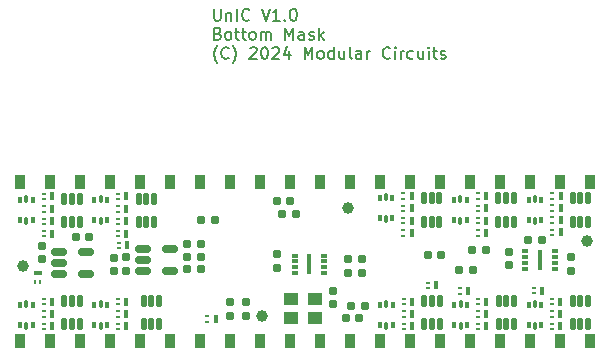
<source format=gbr>
%TF.GenerationSoftware,KiCad,Pcbnew,8.0.1-8.0.1-1~ubuntu22.04.1*%
%TF.CreationDate,2024-05-05T11:37:55-07:00*%
%TF.ProjectId,unic_gw1,756e6963-5f67-4773-912e-6b696361645f,1.0*%
%TF.SameCoordinates,Original*%
%TF.FileFunction,Soldermask,Bot*%
%TF.FilePolarity,Negative*%
%FSLAX46Y46*%
G04 Gerber Fmt 4.6, Leading zero omitted, Abs format (unit mm)*
G04 Created by KiCad (PCBNEW 8.0.1-8.0.1-1~ubuntu22.04.1) date 2024-05-05 11:37:55*
%MOMM*%
%LPD*%
G01*
G04 APERTURE LIST*
G04 Aperture macros list*
%AMRoundRect*
0 Rectangle with rounded corners*
0 $1 Rounding radius*
0 $2 $3 $4 $5 $6 $7 $8 $9 X,Y pos of 4 corners*
0 Add a 4 corners polygon primitive as box body*
4,1,4,$2,$3,$4,$5,$6,$7,$8,$9,$2,$3,0*
0 Add four circle primitives for the rounded corners*
1,1,$1+$1,$2,$3*
1,1,$1+$1,$4,$5*
1,1,$1+$1,$6,$7*
1,1,$1+$1,$8,$9*
0 Add four rect primitives between the rounded corners*
20,1,$1+$1,$2,$3,$4,$5,0*
20,1,$1+$1,$4,$5,$6,$7,0*
20,1,$1+$1,$6,$7,$8,$9,0*
20,1,$1+$1,$8,$9,$2,$3,0*%
G04 Aperture macros list end*
%ADD10C,0.150000*%
%ADD11C,0.400000*%
%ADD12RoundRect,0.225000X0.225000X-0.400000X0.225000X0.400000X-0.225000X0.400000X-0.225000X-0.400000X0*%
%ADD13RoundRect,0.160000X0.197500X0.160000X-0.197500X0.160000X-0.197500X-0.160000X0.197500X-0.160000X0*%
%ADD14RoundRect,0.050000X0.150000X0.075000X-0.150000X0.075000X-0.150000X-0.075000X0.150000X-0.075000X0*%
%ADD15RoundRect,0.050000X0.150000X0.300000X-0.150000X0.300000X-0.150000X-0.300000X0.150000X-0.300000X0*%
%ADD16C,1.000000*%
%ADD17RoundRect,0.155000X-0.155000X0.212500X-0.155000X-0.212500X0.155000X-0.212500X0.155000X0.212500X0*%
%ADD18RoundRect,0.093750X0.093750X-0.156250X0.093750X0.156250X-0.093750X0.156250X-0.093750X-0.156250X0*%
%ADD19RoundRect,0.075000X0.075000X-0.250000X0.075000X0.250000X-0.075000X0.250000X-0.075000X-0.250000X0*%
%ADD20RoundRect,0.019500X0.175500X-0.465500X0.175500X0.465500X-0.175500X0.465500X-0.175500X-0.465500X0*%
%ADD21RoundRect,0.019500X-0.175500X0.465500X-0.175500X-0.465500X0.175500X-0.465500X0.175500X0.465500X0*%
%ADD22RoundRect,0.155000X-0.212500X-0.155000X0.212500X-0.155000X0.212500X0.155000X-0.212500X0.155000X0*%
%ADD23RoundRect,0.160000X-0.160000X0.197500X-0.160000X-0.197500X0.160000X-0.197500X0.160000X0.197500X0*%
%ADD24RoundRect,0.160000X0.160000X-0.197500X0.160000X0.197500X-0.160000X0.197500X-0.160000X-0.197500X0*%
%ADD25RoundRect,0.160000X-0.197500X-0.160000X0.197500X-0.160000X0.197500X0.160000X-0.197500X0.160000X0*%
%ADD26RoundRect,0.155000X0.212500X0.155000X-0.212500X0.155000X-0.212500X-0.155000X0.212500X-0.155000X0*%
%ADD27R,1.300000X1.100000*%
%ADD28RoundRect,0.150000X0.512500X0.150000X-0.512500X0.150000X-0.512500X-0.150000X0.512500X-0.150000X0*%
%ADD29RoundRect,0.155000X0.155000X-0.212500X0.155000X0.212500X-0.155000X0.212500X-0.155000X-0.212500X0*%
%ADD30R,0.600000X0.300000*%
%ADD31R,0.300000X1.700000*%
%ADD32RoundRect,0.050000X-0.075000X0.150000X-0.075000X-0.150000X0.075000X-0.150000X0.075000X0.150000X0*%
%ADD33RoundRect,0.050000X-0.300000X0.150000X-0.300000X-0.150000X0.300000X-0.150000X0.300000X0.150000X0*%
G04 APERTURE END LIST*
D10*
X55609279Y-41319931D02*
X55609279Y-42129454D01*
X55609279Y-42129454D02*
X55656898Y-42224692D01*
X55656898Y-42224692D02*
X55704517Y-42272312D01*
X55704517Y-42272312D02*
X55799755Y-42319931D01*
X55799755Y-42319931D02*
X55990231Y-42319931D01*
X55990231Y-42319931D02*
X56085469Y-42272312D01*
X56085469Y-42272312D02*
X56133088Y-42224692D01*
X56133088Y-42224692D02*
X56180707Y-42129454D01*
X56180707Y-42129454D02*
X56180707Y-41319931D01*
X56656898Y-41653264D02*
X56656898Y-42319931D01*
X56656898Y-41748502D02*
X56704517Y-41700883D01*
X56704517Y-41700883D02*
X56799755Y-41653264D01*
X56799755Y-41653264D02*
X56942612Y-41653264D01*
X56942612Y-41653264D02*
X57037850Y-41700883D01*
X57037850Y-41700883D02*
X57085469Y-41796121D01*
X57085469Y-41796121D02*
X57085469Y-42319931D01*
X57561660Y-42319931D02*
X57561660Y-41319931D01*
X58609278Y-42224692D02*
X58561659Y-42272312D01*
X58561659Y-42272312D02*
X58418802Y-42319931D01*
X58418802Y-42319931D02*
X58323564Y-42319931D01*
X58323564Y-42319931D02*
X58180707Y-42272312D01*
X58180707Y-42272312D02*
X58085469Y-42177073D01*
X58085469Y-42177073D02*
X58037850Y-42081835D01*
X58037850Y-42081835D02*
X57990231Y-41891359D01*
X57990231Y-41891359D02*
X57990231Y-41748502D01*
X57990231Y-41748502D02*
X58037850Y-41558026D01*
X58037850Y-41558026D02*
X58085469Y-41462788D01*
X58085469Y-41462788D02*
X58180707Y-41367550D01*
X58180707Y-41367550D02*
X58323564Y-41319931D01*
X58323564Y-41319931D02*
X58418802Y-41319931D01*
X58418802Y-41319931D02*
X58561659Y-41367550D01*
X58561659Y-41367550D02*
X58609278Y-41415169D01*
X59656898Y-41319931D02*
X59990231Y-42319931D01*
X59990231Y-42319931D02*
X60323564Y-41319931D01*
X61180707Y-42319931D02*
X60609279Y-42319931D01*
X60894993Y-42319931D02*
X60894993Y-41319931D01*
X60894993Y-41319931D02*
X60799755Y-41462788D01*
X60799755Y-41462788D02*
X60704517Y-41558026D01*
X60704517Y-41558026D02*
X60609279Y-41605645D01*
X61609279Y-42224692D02*
X61656898Y-42272312D01*
X61656898Y-42272312D02*
X61609279Y-42319931D01*
X61609279Y-42319931D02*
X61561660Y-42272312D01*
X61561660Y-42272312D02*
X61609279Y-42224692D01*
X61609279Y-42224692D02*
X61609279Y-42319931D01*
X62275945Y-41319931D02*
X62371183Y-41319931D01*
X62371183Y-41319931D02*
X62466421Y-41367550D01*
X62466421Y-41367550D02*
X62514040Y-41415169D01*
X62514040Y-41415169D02*
X62561659Y-41510407D01*
X62561659Y-41510407D02*
X62609278Y-41700883D01*
X62609278Y-41700883D02*
X62609278Y-41938978D01*
X62609278Y-41938978D02*
X62561659Y-42129454D01*
X62561659Y-42129454D02*
X62514040Y-42224692D01*
X62514040Y-42224692D02*
X62466421Y-42272312D01*
X62466421Y-42272312D02*
X62371183Y-42319931D01*
X62371183Y-42319931D02*
X62275945Y-42319931D01*
X62275945Y-42319931D02*
X62180707Y-42272312D01*
X62180707Y-42272312D02*
X62133088Y-42224692D01*
X62133088Y-42224692D02*
X62085469Y-42129454D01*
X62085469Y-42129454D02*
X62037850Y-41938978D01*
X62037850Y-41938978D02*
X62037850Y-41700883D01*
X62037850Y-41700883D02*
X62085469Y-41510407D01*
X62085469Y-41510407D02*
X62133088Y-41415169D01*
X62133088Y-41415169D02*
X62180707Y-41367550D01*
X62180707Y-41367550D02*
X62275945Y-41319931D01*
X55942612Y-43406065D02*
X56085469Y-43453684D01*
X56085469Y-43453684D02*
X56133088Y-43501303D01*
X56133088Y-43501303D02*
X56180707Y-43596541D01*
X56180707Y-43596541D02*
X56180707Y-43739398D01*
X56180707Y-43739398D02*
X56133088Y-43834636D01*
X56133088Y-43834636D02*
X56085469Y-43882256D01*
X56085469Y-43882256D02*
X55990231Y-43929875D01*
X55990231Y-43929875D02*
X55609279Y-43929875D01*
X55609279Y-43929875D02*
X55609279Y-42929875D01*
X55609279Y-42929875D02*
X55942612Y-42929875D01*
X55942612Y-42929875D02*
X56037850Y-42977494D01*
X56037850Y-42977494D02*
X56085469Y-43025113D01*
X56085469Y-43025113D02*
X56133088Y-43120351D01*
X56133088Y-43120351D02*
X56133088Y-43215589D01*
X56133088Y-43215589D02*
X56085469Y-43310827D01*
X56085469Y-43310827D02*
X56037850Y-43358446D01*
X56037850Y-43358446D02*
X55942612Y-43406065D01*
X55942612Y-43406065D02*
X55609279Y-43406065D01*
X56752136Y-43929875D02*
X56656898Y-43882256D01*
X56656898Y-43882256D02*
X56609279Y-43834636D01*
X56609279Y-43834636D02*
X56561660Y-43739398D01*
X56561660Y-43739398D02*
X56561660Y-43453684D01*
X56561660Y-43453684D02*
X56609279Y-43358446D01*
X56609279Y-43358446D02*
X56656898Y-43310827D01*
X56656898Y-43310827D02*
X56752136Y-43263208D01*
X56752136Y-43263208D02*
X56894993Y-43263208D01*
X56894993Y-43263208D02*
X56990231Y-43310827D01*
X56990231Y-43310827D02*
X57037850Y-43358446D01*
X57037850Y-43358446D02*
X57085469Y-43453684D01*
X57085469Y-43453684D02*
X57085469Y-43739398D01*
X57085469Y-43739398D02*
X57037850Y-43834636D01*
X57037850Y-43834636D02*
X56990231Y-43882256D01*
X56990231Y-43882256D02*
X56894993Y-43929875D01*
X56894993Y-43929875D02*
X56752136Y-43929875D01*
X57371184Y-43263208D02*
X57752136Y-43263208D01*
X57514041Y-42929875D02*
X57514041Y-43787017D01*
X57514041Y-43787017D02*
X57561660Y-43882256D01*
X57561660Y-43882256D02*
X57656898Y-43929875D01*
X57656898Y-43929875D02*
X57752136Y-43929875D01*
X57942613Y-43263208D02*
X58323565Y-43263208D01*
X58085470Y-42929875D02*
X58085470Y-43787017D01*
X58085470Y-43787017D02*
X58133089Y-43882256D01*
X58133089Y-43882256D02*
X58228327Y-43929875D01*
X58228327Y-43929875D02*
X58323565Y-43929875D01*
X58799756Y-43929875D02*
X58704518Y-43882256D01*
X58704518Y-43882256D02*
X58656899Y-43834636D01*
X58656899Y-43834636D02*
X58609280Y-43739398D01*
X58609280Y-43739398D02*
X58609280Y-43453684D01*
X58609280Y-43453684D02*
X58656899Y-43358446D01*
X58656899Y-43358446D02*
X58704518Y-43310827D01*
X58704518Y-43310827D02*
X58799756Y-43263208D01*
X58799756Y-43263208D02*
X58942613Y-43263208D01*
X58942613Y-43263208D02*
X59037851Y-43310827D01*
X59037851Y-43310827D02*
X59085470Y-43358446D01*
X59085470Y-43358446D02*
X59133089Y-43453684D01*
X59133089Y-43453684D02*
X59133089Y-43739398D01*
X59133089Y-43739398D02*
X59085470Y-43834636D01*
X59085470Y-43834636D02*
X59037851Y-43882256D01*
X59037851Y-43882256D02*
X58942613Y-43929875D01*
X58942613Y-43929875D02*
X58799756Y-43929875D01*
X59561661Y-43929875D02*
X59561661Y-43263208D01*
X59561661Y-43358446D02*
X59609280Y-43310827D01*
X59609280Y-43310827D02*
X59704518Y-43263208D01*
X59704518Y-43263208D02*
X59847375Y-43263208D01*
X59847375Y-43263208D02*
X59942613Y-43310827D01*
X59942613Y-43310827D02*
X59990232Y-43406065D01*
X59990232Y-43406065D02*
X59990232Y-43929875D01*
X59990232Y-43406065D02*
X60037851Y-43310827D01*
X60037851Y-43310827D02*
X60133089Y-43263208D01*
X60133089Y-43263208D02*
X60275946Y-43263208D01*
X60275946Y-43263208D02*
X60371185Y-43310827D01*
X60371185Y-43310827D02*
X60418804Y-43406065D01*
X60418804Y-43406065D02*
X60418804Y-43929875D01*
X61656899Y-43929875D02*
X61656899Y-42929875D01*
X61656899Y-42929875D02*
X61990232Y-43644160D01*
X61990232Y-43644160D02*
X62323565Y-42929875D01*
X62323565Y-42929875D02*
X62323565Y-43929875D01*
X63228327Y-43929875D02*
X63228327Y-43406065D01*
X63228327Y-43406065D02*
X63180708Y-43310827D01*
X63180708Y-43310827D02*
X63085470Y-43263208D01*
X63085470Y-43263208D02*
X62894994Y-43263208D01*
X62894994Y-43263208D02*
X62799756Y-43310827D01*
X63228327Y-43882256D02*
X63133089Y-43929875D01*
X63133089Y-43929875D02*
X62894994Y-43929875D01*
X62894994Y-43929875D02*
X62799756Y-43882256D01*
X62799756Y-43882256D02*
X62752137Y-43787017D01*
X62752137Y-43787017D02*
X62752137Y-43691779D01*
X62752137Y-43691779D02*
X62799756Y-43596541D01*
X62799756Y-43596541D02*
X62894994Y-43548922D01*
X62894994Y-43548922D02*
X63133089Y-43548922D01*
X63133089Y-43548922D02*
X63228327Y-43501303D01*
X63656899Y-43882256D02*
X63752137Y-43929875D01*
X63752137Y-43929875D02*
X63942613Y-43929875D01*
X63942613Y-43929875D02*
X64037851Y-43882256D01*
X64037851Y-43882256D02*
X64085470Y-43787017D01*
X64085470Y-43787017D02*
X64085470Y-43739398D01*
X64085470Y-43739398D02*
X64037851Y-43644160D01*
X64037851Y-43644160D02*
X63942613Y-43596541D01*
X63942613Y-43596541D02*
X63799756Y-43596541D01*
X63799756Y-43596541D02*
X63704518Y-43548922D01*
X63704518Y-43548922D02*
X63656899Y-43453684D01*
X63656899Y-43453684D02*
X63656899Y-43406065D01*
X63656899Y-43406065D02*
X63704518Y-43310827D01*
X63704518Y-43310827D02*
X63799756Y-43263208D01*
X63799756Y-43263208D02*
X63942613Y-43263208D01*
X63942613Y-43263208D02*
X64037851Y-43310827D01*
X64514042Y-43929875D02*
X64514042Y-42929875D01*
X64609280Y-43548922D02*
X64894994Y-43929875D01*
X64894994Y-43263208D02*
X64514042Y-43644160D01*
X55894993Y-45920771D02*
X55847374Y-45873152D01*
X55847374Y-45873152D02*
X55752136Y-45730295D01*
X55752136Y-45730295D02*
X55704517Y-45635057D01*
X55704517Y-45635057D02*
X55656898Y-45492200D01*
X55656898Y-45492200D02*
X55609279Y-45254104D01*
X55609279Y-45254104D02*
X55609279Y-45063628D01*
X55609279Y-45063628D02*
X55656898Y-44825533D01*
X55656898Y-44825533D02*
X55704517Y-44682676D01*
X55704517Y-44682676D02*
X55752136Y-44587438D01*
X55752136Y-44587438D02*
X55847374Y-44444580D01*
X55847374Y-44444580D02*
X55894993Y-44396961D01*
X56847374Y-45444580D02*
X56799755Y-45492200D01*
X56799755Y-45492200D02*
X56656898Y-45539819D01*
X56656898Y-45539819D02*
X56561660Y-45539819D01*
X56561660Y-45539819D02*
X56418803Y-45492200D01*
X56418803Y-45492200D02*
X56323565Y-45396961D01*
X56323565Y-45396961D02*
X56275946Y-45301723D01*
X56275946Y-45301723D02*
X56228327Y-45111247D01*
X56228327Y-45111247D02*
X56228327Y-44968390D01*
X56228327Y-44968390D02*
X56275946Y-44777914D01*
X56275946Y-44777914D02*
X56323565Y-44682676D01*
X56323565Y-44682676D02*
X56418803Y-44587438D01*
X56418803Y-44587438D02*
X56561660Y-44539819D01*
X56561660Y-44539819D02*
X56656898Y-44539819D01*
X56656898Y-44539819D02*
X56799755Y-44587438D01*
X56799755Y-44587438D02*
X56847374Y-44635057D01*
X57180708Y-45920771D02*
X57228327Y-45873152D01*
X57228327Y-45873152D02*
X57323565Y-45730295D01*
X57323565Y-45730295D02*
X57371184Y-45635057D01*
X57371184Y-45635057D02*
X57418803Y-45492200D01*
X57418803Y-45492200D02*
X57466422Y-45254104D01*
X57466422Y-45254104D02*
X57466422Y-45063628D01*
X57466422Y-45063628D02*
X57418803Y-44825533D01*
X57418803Y-44825533D02*
X57371184Y-44682676D01*
X57371184Y-44682676D02*
X57323565Y-44587438D01*
X57323565Y-44587438D02*
X57228327Y-44444580D01*
X57228327Y-44444580D02*
X57180708Y-44396961D01*
X58656899Y-44635057D02*
X58704518Y-44587438D01*
X58704518Y-44587438D02*
X58799756Y-44539819D01*
X58799756Y-44539819D02*
X59037851Y-44539819D01*
X59037851Y-44539819D02*
X59133089Y-44587438D01*
X59133089Y-44587438D02*
X59180708Y-44635057D01*
X59180708Y-44635057D02*
X59228327Y-44730295D01*
X59228327Y-44730295D02*
X59228327Y-44825533D01*
X59228327Y-44825533D02*
X59180708Y-44968390D01*
X59180708Y-44968390D02*
X58609280Y-45539819D01*
X58609280Y-45539819D02*
X59228327Y-45539819D01*
X59847375Y-44539819D02*
X59942613Y-44539819D01*
X59942613Y-44539819D02*
X60037851Y-44587438D01*
X60037851Y-44587438D02*
X60085470Y-44635057D01*
X60085470Y-44635057D02*
X60133089Y-44730295D01*
X60133089Y-44730295D02*
X60180708Y-44920771D01*
X60180708Y-44920771D02*
X60180708Y-45158866D01*
X60180708Y-45158866D02*
X60133089Y-45349342D01*
X60133089Y-45349342D02*
X60085470Y-45444580D01*
X60085470Y-45444580D02*
X60037851Y-45492200D01*
X60037851Y-45492200D02*
X59942613Y-45539819D01*
X59942613Y-45539819D02*
X59847375Y-45539819D01*
X59847375Y-45539819D02*
X59752137Y-45492200D01*
X59752137Y-45492200D02*
X59704518Y-45444580D01*
X59704518Y-45444580D02*
X59656899Y-45349342D01*
X59656899Y-45349342D02*
X59609280Y-45158866D01*
X59609280Y-45158866D02*
X59609280Y-44920771D01*
X59609280Y-44920771D02*
X59656899Y-44730295D01*
X59656899Y-44730295D02*
X59704518Y-44635057D01*
X59704518Y-44635057D02*
X59752137Y-44587438D01*
X59752137Y-44587438D02*
X59847375Y-44539819D01*
X60561661Y-44635057D02*
X60609280Y-44587438D01*
X60609280Y-44587438D02*
X60704518Y-44539819D01*
X60704518Y-44539819D02*
X60942613Y-44539819D01*
X60942613Y-44539819D02*
X61037851Y-44587438D01*
X61037851Y-44587438D02*
X61085470Y-44635057D01*
X61085470Y-44635057D02*
X61133089Y-44730295D01*
X61133089Y-44730295D02*
X61133089Y-44825533D01*
X61133089Y-44825533D02*
X61085470Y-44968390D01*
X61085470Y-44968390D02*
X60514042Y-45539819D01*
X60514042Y-45539819D02*
X61133089Y-45539819D01*
X61990232Y-44873152D02*
X61990232Y-45539819D01*
X61752137Y-44492200D02*
X61514042Y-45206485D01*
X61514042Y-45206485D02*
X62133089Y-45206485D01*
X63275947Y-45539819D02*
X63275947Y-44539819D01*
X63275947Y-44539819D02*
X63609280Y-45254104D01*
X63609280Y-45254104D02*
X63942613Y-44539819D01*
X63942613Y-44539819D02*
X63942613Y-45539819D01*
X64561661Y-45539819D02*
X64466423Y-45492200D01*
X64466423Y-45492200D02*
X64418804Y-45444580D01*
X64418804Y-45444580D02*
X64371185Y-45349342D01*
X64371185Y-45349342D02*
X64371185Y-45063628D01*
X64371185Y-45063628D02*
X64418804Y-44968390D01*
X64418804Y-44968390D02*
X64466423Y-44920771D01*
X64466423Y-44920771D02*
X64561661Y-44873152D01*
X64561661Y-44873152D02*
X64704518Y-44873152D01*
X64704518Y-44873152D02*
X64799756Y-44920771D01*
X64799756Y-44920771D02*
X64847375Y-44968390D01*
X64847375Y-44968390D02*
X64894994Y-45063628D01*
X64894994Y-45063628D02*
X64894994Y-45349342D01*
X64894994Y-45349342D02*
X64847375Y-45444580D01*
X64847375Y-45444580D02*
X64799756Y-45492200D01*
X64799756Y-45492200D02*
X64704518Y-45539819D01*
X64704518Y-45539819D02*
X64561661Y-45539819D01*
X65752137Y-45539819D02*
X65752137Y-44539819D01*
X65752137Y-45492200D02*
X65656899Y-45539819D01*
X65656899Y-45539819D02*
X65466423Y-45539819D01*
X65466423Y-45539819D02*
X65371185Y-45492200D01*
X65371185Y-45492200D02*
X65323566Y-45444580D01*
X65323566Y-45444580D02*
X65275947Y-45349342D01*
X65275947Y-45349342D02*
X65275947Y-45063628D01*
X65275947Y-45063628D02*
X65323566Y-44968390D01*
X65323566Y-44968390D02*
X65371185Y-44920771D01*
X65371185Y-44920771D02*
X65466423Y-44873152D01*
X65466423Y-44873152D02*
X65656899Y-44873152D01*
X65656899Y-44873152D02*
X65752137Y-44920771D01*
X66656899Y-44873152D02*
X66656899Y-45539819D01*
X66228328Y-44873152D02*
X66228328Y-45396961D01*
X66228328Y-45396961D02*
X66275947Y-45492200D01*
X66275947Y-45492200D02*
X66371185Y-45539819D01*
X66371185Y-45539819D02*
X66514042Y-45539819D01*
X66514042Y-45539819D02*
X66609280Y-45492200D01*
X66609280Y-45492200D02*
X66656899Y-45444580D01*
X67275947Y-45539819D02*
X67180709Y-45492200D01*
X67180709Y-45492200D02*
X67133090Y-45396961D01*
X67133090Y-45396961D02*
X67133090Y-44539819D01*
X68085471Y-45539819D02*
X68085471Y-45016009D01*
X68085471Y-45016009D02*
X68037852Y-44920771D01*
X68037852Y-44920771D02*
X67942614Y-44873152D01*
X67942614Y-44873152D02*
X67752138Y-44873152D01*
X67752138Y-44873152D02*
X67656900Y-44920771D01*
X68085471Y-45492200D02*
X67990233Y-45539819D01*
X67990233Y-45539819D02*
X67752138Y-45539819D01*
X67752138Y-45539819D02*
X67656900Y-45492200D01*
X67656900Y-45492200D02*
X67609281Y-45396961D01*
X67609281Y-45396961D02*
X67609281Y-45301723D01*
X67609281Y-45301723D02*
X67656900Y-45206485D01*
X67656900Y-45206485D02*
X67752138Y-45158866D01*
X67752138Y-45158866D02*
X67990233Y-45158866D01*
X67990233Y-45158866D02*
X68085471Y-45111247D01*
X68561662Y-45539819D02*
X68561662Y-44873152D01*
X68561662Y-45063628D02*
X68609281Y-44968390D01*
X68609281Y-44968390D02*
X68656900Y-44920771D01*
X68656900Y-44920771D02*
X68752138Y-44873152D01*
X68752138Y-44873152D02*
X68847376Y-44873152D01*
X70514043Y-45444580D02*
X70466424Y-45492200D01*
X70466424Y-45492200D02*
X70323567Y-45539819D01*
X70323567Y-45539819D02*
X70228329Y-45539819D01*
X70228329Y-45539819D02*
X70085472Y-45492200D01*
X70085472Y-45492200D02*
X69990234Y-45396961D01*
X69990234Y-45396961D02*
X69942615Y-45301723D01*
X69942615Y-45301723D02*
X69894996Y-45111247D01*
X69894996Y-45111247D02*
X69894996Y-44968390D01*
X69894996Y-44968390D02*
X69942615Y-44777914D01*
X69942615Y-44777914D02*
X69990234Y-44682676D01*
X69990234Y-44682676D02*
X70085472Y-44587438D01*
X70085472Y-44587438D02*
X70228329Y-44539819D01*
X70228329Y-44539819D02*
X70323567Y-44539819D01*
X70323567Y-44539819D02*
X70466424Y-44587438D01*
X70466424Y-44587438D02*
X70514043Y-44635057D01*
X70942615Y-45539819D02*
X70942615Y-44873152D01*
X70942615Y-44539819D02*
X70894996Y-44587438D01*
X70894996Y-44587438D02*
X70942615Y-44635057D01*
X70942615Y-44635057D02*
X70990234Y-44587438D01*
X70990234Y-44587438D02*
X70942615Y-44539819D01*
X70942615Y-44539819D02*
X70942615Y-44635057D01*
X71418805Y-45539819D02*
X71418805Y-44873152D01*
X71418805Y-45063628D02*
X71466424Y-44968390D01*
X71466424Y-44968390D02*
X71514043Y-44920771D01*
X71514043Y-44920771D02*
X71609281Y-44873152D01*
X71609281Y-44873152D02*
X71704519Y-44873152D01*
X72466424Y-45492200D02*
X72371186Y-45539819D01*
X72371186Y-45539819D02*
X72180710Y-45539819D01*
X72180710Y-45539819D02*
X72085472Y-45492200D01*
X72085472Y-45492200D02*
X72037853Y-45444580D01*
X72037853Y-45444580D02*
X71990234Y-45349342D01*
X71990234Y-45349342D02*
X71990234Y-45063628D01*
X71990234Y-45063628D02*
X72037853Y-44968390D01*
X72037853Y-44968390D02*
X72085472Y-44920771D01*
X72085472Y-44920771D02*
X72180710Y-44873152D01*
X72180710Y-44873152D02*
X72371186Y-44873152D01*
X72371186Y-44873152D02*
X72466424Y-44920771D01*
X73323567Y-44873152D02*
X73323567Y-45539819D01*
X72894996Y-44873152D02*
X72894996Y-45396961D01*
X72894996Y-45396961D02*
X72942615Y-45492200D01*
X72942615Y-45492200D02*
X73037853Y-45539819D01*
X73037853Y-45539819D02*
X73180710Y-45539819D01*
X73180710Y-45539819D02*
X73275948Y-45492200D01*
X73275948Y-45492200D02*
X73323567Y-45444580D01*
X73799758Y-45539819D02*
X73799758Y-44873152D01*
X73799758Y-44539819D02*
X73752139Y-44587438D01*
X73752139Y-44587438D02*
X73799758Y-44635057D01*
X73799758Y-44635057D02*
X73847377Y-44587438D01*
X73847377Y-44587438D02*
X73799758Y-44539819D01*
X73799758Y-44539819D02*
X73799758Y-44635057D01*
X74133091Y-44873152D02*
X74514043Y-44873152D01*
X74275948Y-44539819D02*
X74275948Y-45396961D01*
X74275948Y-45396961D02*
X74323567Y-45492200D01*
X74323567Y-45492200D02*
X74418805Y-45539819D01*
X74418805Y-45539819D02*
X74514043Y-45539819D01*
X74799758Y-45492200D02*
X74894996Y-45539819D01*
X74894996Y-45539819D02*
X75085472Y-45539819D01*
X75085472Y-45539819D02*
X75180710Y-45492200D01*
X75180710Y-45492200D02*
X75228329Y-45396961D01*
X75228329Y-45396961D02*
X75228329Y-45349342D01*
X75228329Y-45349342D02*
X75180710Y-45254104D01*
X75180710Y-45254104D02*
X75085472Y-45206485D01*
X75085472Y-45206485D02*
X74942615Y-45206485D01*
X74942615Y-45206485D02*
X74847377Y-45158866D01*
X74847377Y-45158866D02*
X74799758Y-45063628D01*
X74799758Y-45063628D02*
X74799758Y-45016009D01*
X74799758Y-45016009D02*
X74847377Y-44920771D01*
X74847377Y-44920771D02*
X74942615Y-44873152D01*
X74942615Y-44873152D02*
X75085472Y-44873152D01*
X75085472Y-44873152D02*
X75180710Y-44920771D01*
D11*
%TO.C,SOCKET1*%
X39172500Y-69570000D03*
D12*
X39172500Y-69445000D03*
D11*
X41712500Y-69570000D03*
D12*
X41712500Y-69445000D03*
D11*
X44252500Y-69570000D03*
D12*
X44252500Y-69445000D03*
D11*
X46792500Y-69570000D03*
D12*
X46792500Y-69445000D03*
D11*
X49332500Y-69570000D03*
D12*
X49332500Y-69445000D03*
D11*
X51872500Y-69570000D03*
D12*
X51872500Y-69445000D03*
D11*
X54412500Y-69570000D03*
D12*
X54412500Y-69445000D03*
D11*
X56952500Y-69570000D03*
D12*
X56952500Y-69445000D03*
D11*
X59492500Y-69570000D03*
D12*
X59492500Y-69445000D03*
D11*
X62032500Y-69570000D03*
D12*
X62032500Y-69445000D03*
D11*
X64572500Y-69570000D03*
D12*
X64572500Y-69445000D03*
D11*
X67112500Y-69570000D03*
D12*
X67112500Y-69445000D03*
D11*
X69652500Y-69570000D03*
D12*
X69652500Y-69445000D03*
D11*
X72192500Y-69570000D03*
D12*
X72192500Y-69445000D03*
D11*
X74732500Y-69570000D03*
D12*
X74732500Y-69445000D03*
D11*
X77272500Y-69570000D03*
D12*
X77272500Y-69445000D03*
D11*
X79812500Y-69570000D03*
D12*
X79812500Y-69445000D03*
D11*
X82352500Y-69570000D03*
D12*
X82352500Y-69445000D03*
D11*
X84892500Y-69570000D03*
D12*
X84892500Y-69445000D03*
D11*
X87432500Y-69570000D03*
D12*
X87432500Y-69445000D03*
X87432500Y-55955000D03*
D11*
X87432500Y-55830000D03*
D12*
X84892500Y-55955000D03*
D11*
X84892500Y-55830000D03*
D12*
X82352500Y-55955000D03*
D11*
X82352500Y-55830000D03*
D12*
X79812500Y-55955000D03*
D11*
X79812500Y-55830000D03*
D12*
X77272500Y-55955000D03*
D11*
X77272500Y-55830000D03*
D12*
X74732500Y-55955000D03*
D11*
X74732500Y-55830000D03*
D12*
X72192500Y-55955000D03*
D11*
X72192500Y-55830000D03*
D12*
X69652500Y-55955000D03*
D11*
X69652500Y-55830000D03*
D12*
X67112500Y-55955000D03*
D11*
X67112500Y-55830000D03*
D12*
X64572500Y-55955000D03*
D11*
X64572500Y-55830000D03*
D12*
X62032500Y-55955000D03*
D11*
X62032500Y-55830000D03*
D12*
X59492500Y-55955000D03*
D11*
X59492500Y-55830000D03*
D12*
X56952500Y-55955000D03*
D11*
X56952500Y-55830000D03*
D12*
X54412500Y-55955000D03*
D11*
X54412500Y-55830000D03*
D12*
X51872500Y-55955000D03*
D11*
X51872500Y-55830000D03*
D12*
X49332500Y-55955000D03*
D11*
X49332500Y-55830000D03*
D12*
X46792500Y-55955000D03*
D11*
X46792500Y-55830000D03*
D12*
X44252500Y-55955000D03*
D11*
X44252500Y-55830000D03*
D12*
X41712500Y-55955000D03*
D11*
X41712500Y-55830000D03*
D12*
X39172500Y-55955000D03*
D11*
X39172500Y-55830000D03*
%TD*%
D13*
%TO.C,R6*%
X54480000Y-59150000D03*
X55675000Y-59150000D03*
%TD*%
D14*
%TO.C,Q13*%
X71657500Y-67375000D03*
X71657500Y-66925000D03*
D15*
X72357500Y-67150000D03*
%TD*%
D16*
%TO.C,FID1*%
X66977500Y-58150000D03*
%TD*%
D17*
%TO.C,C1*%
X47177500Y-63517500D03*
X47177500Y-62382500D03*
%TD*%
D18*
%TO.C,D28*%
X69640000Y-57300000D03*
D19*
X70177500Y-57225000D03*
D18*
X70715000Y-57300000D03*
X70715000Y-59000000D03*
D19*
X70177500Y-59075000D03*
D18*
X69640000Y-59000000D03*
%TD*%
D14*
%TO.C,Q32*%
X71650000Y-60525000D03*
X71650000Y-60075000D03*
D15*
X72350000Y-60300000D03*
%TD*%
D20*
%TO.C,D3*%
X73407500Y-66020000D03*
X74057500Y-66020000D03*
X74707500Y-66020000D03*
D21*
X74707500Y-67980000D03*
X74057500Y-67980000D03*
X73407500Y-67980000D03*
%TD*%
D14*
%TO.C,Q23*%
X77927500Y-57375000D03*
X77927500Y-56925000D03*
D15*
X78627500Y-57150000D03*
%TD*%
D14*
%TO.C,Q38*%
X41177500Y-58475000D03*
X41177500Y-58025000D03*
D15*
X41877500Y-58250000D03*
%TD*%
D22*
%TO.C,C19*%
X62055000Y-57610000D03*
X60920000Y-57610000D03*
%TD*%
D23*
%TO.C,R17*%
X48177500Y-63551500D03*
X48177500Y-62356500D03*
%TD*%
D14*
%TO.C,Q8*%
X47477500Y-68415000D03*
X47477500Y-67965000D03*
D15*
X48177500Y-68190000D03*
%TD*%
D14*
%TO.C,Q26*%
X84250000Y-60450000D03*
X84250000Y-60000000D03*
D15*
X84950000Y-60225000D03*
%TD*%
D24*
%TO.C,R13*%
X68157500Y-62512500D03*
X68157500Y-63707500D03*
%TD*%
D14*
%TO.C,Q7*%
X47477500Y-67375000D03*
X47477500Y-66925000D03*
D15*
X48177500Y-67150000D03*
%TD*%
D22*
%TO.C,C2*%
X45045000Y-60650000D03*
X43910000Y-60650000D03*
%TD*%
D20*
%TO.C,D5*%
X85977500Y-66020000D03*
X86627500Y-66020000D03*
X87277500Y-66020000D03*
D21*
X87277500Y-67980000D03*
X86627500Y-67980000D03*
X85977500Y-67980000D03*
%TD*%
D25*
%TO.C,R15*%
X54546000Y-61230000D03*
X53351000Y-61230000D03*
%TD*%
D14*
%TO.C,Q12*%
X84250000Y-58400000D03*
X84250000Y-57950000D03*
D15*
X84950000Y-58175000D03*
%TD*%
D13*
%TO.C,R8*%
X82180000Y-60850000D03*
X83375000Y-60850000D03*
%TD*%
D26*
%TO.C,C9*%
X66770000Y-67480000D03*
X67905000Y-67480000D03*
%TD*%
D16*
%TO.C,FID7*%
X59677500Y-67350000D03*
%TD*%
D27*
%TO.C,X1*%
X64197500Y-67505000D03*
X62097500Y-67505000D03*
X62097500Y-65855000D03*
X64197500Y-65855000D03*
%TD*%
D14*
%TO.C,Q20*%
X84227500Y-66325000D03*
X84227500Y-65875000D03*
D15*
X84927500Y-66100000D03*
%TD*%
D28*
%TO.C,U3*%
X49621000Y-63540000D03*
X49621000Y-62590000D03*
X49621000Y-61640000D03*
X51896000Y-61640000D03*
X51896000Y-63540000D03*
%TD*%
D18*
%TO.C,D27*%
X75940000Y-57500000D03*
D19*
X76477500Y-57425000D03*
D18*
X77015000Y-57500000D03*
X77015000Y-59200000D03*
D19*
X76477500Y-59275000D03*
D18*
X75940000Y-59200000D03*
%TD*%
D14*
%TO.C,Q22*%
X84227500Y-68425000D03*
X84227500Y-67975000D03*
D15*
X84927500Y-68200000D03*
%TD*%
D29*
%TO.C,C14*%
X80577500Y-61882500D03*
X80577500Y-63017500D03*
%TD*%
%TO.C,C21*%
X66997500Y-62520000D03*
X66997500Y-63655000D03*
%TD*%
D14*
%TO.C,Q27*%
X77927500Y-59475000D03*
X77927500Y-59025000D03*
D15*
X78627500Y-59250000D03*
%TD*%
D18*
%TO.C,D22*%
X45490000Y-66350000D03*
D19*
X46027500Y-66275000D03*
D18*
X46565000Y-66350000D03*
X46565000Y-68050000D03*
D19*
X46027500Y-68125000D03*
D18*
X45490000Y-68050000D03*
%TD*%
D20*
%TO.C,D8*%
X49227500Y-57420000D03*
X49877500Y-57420000D03*
X50527500Y-57420000D03*
D21*
X50527500Y-59380000D03*
X49877500Y-59380000D03*
X49227500Y-59380000D03*
%TD*%
D18*
%TO.C,D29*%
X45480000Y-57500000D03*
D19*
X46017500Y-57425000D03*
D18*
X46555000Y-57500000D03*
X46555000Y-59200000D03*
D19*
X46017500Y-59275000D03*
D18*
X45480000Y-59200000D03*
%TD*%
D20*
%TO.C,D11*%
X85977500Y-57370000D03*
X86627500Y-57370000D03*
X87277500Y-57370000D03*
D21*
X87277500Y-59330000D03*
X86627500Y-59330000D03*
X85977500Y-59330000D03*
%TD*%
D20*
%TO.C,D1*%
X42927500Y-66020000D03*
X43577500Y-66020000D03*
X44227500Y-66020000D03*
D21*
X44227500Y-67980000D03*
X43577500Y-67980000D03*
X42927500Y-67980000D03*
%TD*%
D14*
%TO.C,Q9*%
X73727500Y-64955000D03*
X73727500Y-64505000D03*
D15*
X74427500Y-64730000D03*
%TD*%
D14*
%TO.C,Q15*%
X76417500Y-65425000D03*
X76417500Y-64975000D03*
D15*
X77117500Y-65200000D03*
%TD*%
D17*
%TO.C,C10*%
X41077500Y-62517500D03*
X41077500Y-61382500D03*
%TD*%
D14*
%TO.C,Q29*%
X71650000Y-57375000D03*
X71650000Y-56925000D03*
D15*
X72350000Y-57150000D03*
%TD*%
D14*
%TO.C,Q11*%
X84250000Y-57375000D03*
X84250000Y-56925000D03*
D15*
X84950000Y-57150000D03*
%TD*%
D25*
%TO.C,R14*%
X54536000Y-62310000D03*
X53341000Y-62310000D03*
%TD*%
D30*
%TO.C,U7*%
X84477500Y-61850000D03*
X84477500Y-62350000D03*
X84477500Y-62850000D03*
X84477500Y-63350000D03*
X81977500Y-63350000D03*
X81977500Y-62850000D03*
X81977500Y-62350000D03*
X81977500Y-61850000D03*
D31*
X83227500Y-62600000D03*
%TD*%
D18*
%TO.C,D21*%
X39190000Y-66350000D03*
D19*
X39727500Y-66275000D03*
D18*
X40265000Y-66350000D03*
X40265000Y-68050000D03*
D19*
X39727500Y-68125000D03*
D18*
X39190000Y-68050000D03*
%TD*%
D25*
%TO.C,R11*%
X77575000Y-63450000D03*
X76380000Y-63450000D03*
%TD*%
D20*
%TO.C,D9*%
X42927500Y-57400000D03*
X43577500Y-57400000D03*
X44227500Y-57400000D03*
D21*
X44227500Y-59360000D03*
X43577500Y-59360000D03*
X42927500Y-59360000D03*
%TD*%
D18*
%TO.C,D30*%
X39190000Y-57500000D03*
D19*
X39727500Y-57425000D03*
D18*
X40265000Y-57500000D03*
X40265000Y-59200000D03*
D19*
X39727500Y-59275000D03*
D18*
X39190000Y-59200000D03*
%TD*%
D26*
%TO.C,C3*%
X53361000Y-63310000D03*
X54496000Y-63310000D03*
%TD*%
D14*
%TO.C,Q18*%
X77957500Y-68425000D03*
X77957500Y-67975000D03*
D15*
X78657500Y-68200000D03*
%TD*%
D18*
%TO.C,D25*%
X82250000Y-66350000D03*
D19*
X82787500Y-66275000D03*
D18*
X83325000Y-66350000D03*
X83325000Y-68050000D03*
D19*
X82787500Y-68125000D03*
D18*
X82250000Y-68050000D03*
%TD*%
D13*
%TO.C,R7*%
X61380000Y-58650000D03*
X62575000Y-58650000D03*
%TD*%
D14*
%TO.C,Q31*%
X71650000Y-59475000D03*
X71650000Y-59025000D03*
D15*
X72350000Y-59250000D03*
%TD*%
D17*
%TO.C,C17*%
X56967500Y-67307500D03*
X56967500Y-66172500D03*
%TD*%
D16*
%TO.C,FID3*%
X87177500Y-60950000D03*
%TD*%
D18*
%TO.C,D23*%
X69670000Y-66350000D03*
D19*
X70207500Y-66275000D03*
D18*
X70745000Y-66350000D03*
X70745000Y-68050000D03*
D19*
X70207500Y-68125000D03*
D18*
X69670000Y-68050000D03*
%TD*%
D20*
%TO.C,D6*%
X79677500Y-57370000D03*
X80327500Y-57370000D03*
X80977500Y-57370000D03*
D21*
X80977500Y-59330000D03*
X80327500Y-59330000D03*
X79677500Y-59330000D03*
%TD*%
D14*
%TO.C,Q17*%
X77957500Y-67375000D03*
X77957500Y-66925000D03*
D15*
X78657500Y-67150000D03*
%TD*%
D28*
%TO.C,U5*%
X42480000Y-63800000D03*
X42480000Y-62850000D03*
X42480000Y-61900000D03*
X44755000Y-61900000D03*
X44755000Y-63800000D03*
%TD*%
D14*
%TO.C,Q36*%
X47500000Y-60575000D03*
X47500000Y-60125000D03*
D15*
X48200000Y-60350000D03*
%TD*%
D14*
%TO.C,Q37*%
X41177500Y-57425000D03*
X41177500Y-56975000D03*
D15*
X41877500Y-57200000D03*
%TD*%
D14*
%TO.C,Q19*%
X82687500Y-65395000D03*
X82687500Y-64945000D03*
D15*
X83387500Y-65170000D03*
%TD*%
D14*
%TO.C,Q16*%
X77957500Y-66325000D03*
X77957500Y-65875000D03*
D15*
X78657500Y-66100000D03*
%TD*%
D14*
%TO.C,Q5*%
X55040000Y-67805000D03*
X55040000Y-67355000D03*
D15*
X55740000Y-67580000D03*
%TD*%
D30*
%TO.C,U4*%
X62427500Y-63700000D03*
X62427500Y-63200000D03*
X62427500Y-62700000D03*
X62427500Y-62200000D03*
X64927500Y-62200000D03*
X64927500Y-62700000D03*
X64927500Y-63200000D03*
X64927500Y-63700000D03*
D31*
X63677500Y-62950000D03*
%TD*%
D20*
%TO.C,D7*%
X73377500Y-57370000D03*
X74027500Y-57370000D03*
X74677500Y-57370000D03*
D21*
X74677500Y-59330000D03*
X74027500Y-59330000D03*
X73377500Y-59330000D03*
%TD*%
D17*
%TO.C,C18*%
X58337500Y-67307500D03*
X58337500Y-66172500D03*
%TD*%
D20*
%TO.C,D2*%
X49652500Y-66020000D03*
X50302500Y-66020000D03*
X50952500Y-66020000D03*
D21*
X50952500Y-67980000D03*
X50302500Y-67980000D03*
X49652500Y-67980000D03*
%TD*%
D14*
%TO.C,Q40*%
X41177500Y-60575000D03*
X41177500Y-60125000D03*
D15*
X41877500Y-60350000D03*
%TD*%
D14*
%TO.C,Q41*%
X47527500Y-61575000D03*
X47527500Y-61125000D03*
D15*
X48227500Y-61350000D03*
%TD*%
D14*
%TO.C,Q6*%
X47477500Y-66325000D03*
X47477500Y-65875000D03*
D15*
X48177500Y-66100000D03*
%TD*%
D14*
%TO.C,Q2*%
X41177500Y-66325000D03*
X41177500Y-65875000D03*
D15*
X41877500Y-66100000D03*
%TD*%
D14*
%TO.C,Q35*%
X47500000Y-59525000D03*
X47500000Y-59075000D03*
D15*
X48200000Y-59300000D03*
%TD*%
D26*
%TO.C,C16*%
X73710000Y-62150000D03*
X74845000Y-62150000D03*
%TD*%
D17*
%TO.C,C13*%
X65677500Y-66327500D03*
X65677500Y-65192500D03*
%TD*%
D20*
%TO.C,D4*%
X79707500Y-66020000D03*
X80357500Y-66020000D03*
X81007500Y-66020000D03*
D21*
X81007500Y-67980000D03*
X80357500Y-67980000D03*
X79707500Y-67980000D03*
%TD*%
D14*
%TO.C,Q3*%
X41177500Y-67375000D03*
X41177500Y-66925000D03*
D15*
X41877500Y-67150000D03*
%TD*%
D14*
%TO.C,Q21*%
X84227500Y-67375000D03*
X84227500Y-66925000D03*
D15*
X84927500Y-67150000D03*
%TD*%
D18*
%TO.C,D26*%
X82250000Y-57500000D03*
D19*
X82787500Y-57425000D03*
D18*
X83325000Y-57500000D03*
X83325000Y-59200000D03*
D19*
X82787500Y-59275000D03*
D18*
X82250000Y-59200000D03*
%TD*%
D14*
%TO.C,Q34*%
X47500000Y-58475000D03*
X47500000Y-58025000D03*
D15*
X48200000Y-58250000D03*
%TD*%
D14*
%TO.C,Q25*%
X84250000Y-59425000D03*
X84250000Y-58975000D03*
D15*
X84950000Y-59200000D03*
%TD*%
D14*
%TO.C,Q4*%
X41177500Y-68425000D03*
X41177500Y-67975000D03*
D15*
X41877500Y-68200000D03*
%TD*%
D22*
%TO.C,C22*%
X68365000Y-66510000D03*
X67230000Y-66510000D03*
%TD*%
D14*
%TO.C,Q14*%
X71657500Y-68425000D03*
X71657500Y-67975000D03*
D15*
X72357500Y-68200000D03*
%TD*%
D14*
%TO.C,Q28*%
X77927500Y-60525000D03*
X77927500Y-60075000D03*
D15*
X78627500Y-60300000D03*
%TD*%
D14*
%TO.C,Q30*%
X71650000Y-58425000D03*
X71650000Y-57975000D03*
D15*
X72350000Y-58200000D03*
%TD*%
D13*
%TO.C,R10*%
X77480000Y-61750000D03*
X78675000Y-61750000D03*
%TD*%
D23*
%TO.C,R12*%
X60977500Y-63247500D03*
X60977500Y-62052500D03*
%TD*%
D14*
%TO.C,Q33*%
X47500000Y-57425000D03*
X47500000Y-56975000D03*
D15*
X48200000Y-57200000D03*
%TD*%
D14*
%TO.C,Q39*%
X41177500Y-59525000D03*
X41177500Y-59075000D03*
D15*
X41877500Y-59300000D03*
%TD*%
D16*
%TO.C,FID5*%
X39477500Y-63050000D03*
%TD*%
D24*
%TO.C,R9*%
X85877500Y-62352500D03*
X85877500Y-63547500D03*
%TD*%
D14*
%TO.C,Q24*%
X77927500Y-58425000D03*
X77927500Y-57975000D03*
D15*
X78627500Y-58200000D03*
%TD*%
D32*
%TO.C,Q1*%
X40902500Y-64400000D03*
X40452500Y-64400000D03*
D33*
X40677500Y-63700000D03*
%TD*%
D14*
%TO.C,Q10*%
X71657500Y-66325000D03*
X71657500Y-65875000D03*
D15*
X72357500Y-66100000D03*
%TD*%
D18*
%TO.C,D24*%
X75970000Y-66350000D03*
D19*
X76507500Y-66275000D03*
D18*
X77045000Y-66350000D03*
X77045000Y-68050000D03*
D19*
X76507500Y-68125000D03*
D18*
X75970000Y-68050000D03*
%TD*%
M02*

</source>
